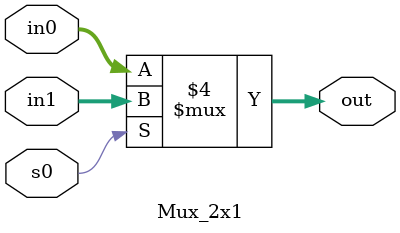
<source format=v>

module Mux_2x1 #(parameter W=8) (in0, in1, s0, out);

	input s0;
	//decide lengths of the input and output depending on parameter W 
	input [W-1:0] in0, in1;		
	output reg [W-1:0] out;
	
	//conditional assignment -> s0 selects an input
	always @ (*)
	begin
		if(s0 == 1) begin
			out = in1;
		end else begin
			out = in0;
		end
	end
	//assign out = s0 ? in1 : in0;

endmodule

</source>
